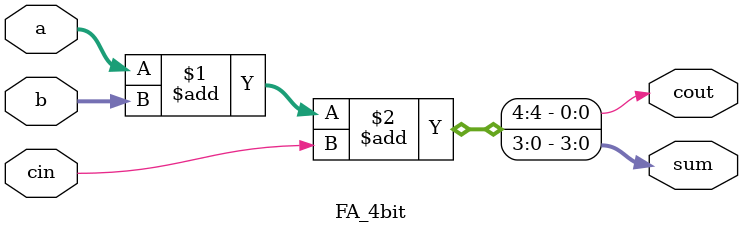
<source format=v>
module FA_4bit(a,b,cin,sum,cout);
input [3:0]a,b;
input cin;
output [3:0]sum;
output cout;
assign{cout,sum}=a+b+cin;
endmodule

</source>
